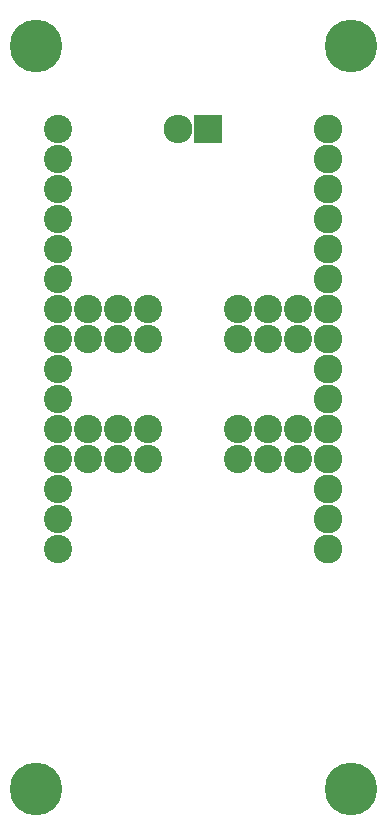
<source format=gbr>
G04 #@! TF.FileFunction,Soldermask,Bot*
%FSLAX46Y46*%
G04 Gerber Fmt 4.6, Leading zero omitted, Abs format (unit mm)*
G04 Created by KiCad (PCBNEW 4.0.4+dfsg1-stable) date Wed Jan 11 18:43:51 2017*
%MOMM*%
%LPD*%
G01*
G04 APERTURE LIST*
%ADD10C,0.100000*%
%ADD11C,2.400000*%
%ADD12C,2.432000*%
%ADD13R,2.432000X2.432000*%
%ADD14O,2.432000X2.432000*%
%ADD15C,4.464000*%
G04 APERTURE END LIST*
D10*
D11*
X87630000Y-77470000D03*
X87630000Y-74930000D03*
X90170000Y-77470000D03*
X90170000Y-74930000D03*
X92710000Y-77470000D03*
X92710000Y-74930000D03*
X100330000Y-77470000D03*
X100330000Y-74930000D03*
X102870000Y-77470000D03*
X102870000Y-74930000D03*
X105410000Y-77470000D03*
X105410000Y-74930000D03*
X100330000Y-87630000D03*
X100330000Y-85090000D03*
X102870000Y-87630000D03*
X102870000Y-85090000D03*
X105410000Y-87630000D03*
X105410000Y-85090000D03*
X85090000Y-59690000D03*
X85090000Y-62230000D03*
X85090000Y-64770000D03*
X85090000Y-67310000D03*
X85090000Y-69850000D03*
X85090000Y-72390000D03*
X85090000Y-74930000D03*
X85090000Y-77470000D03*
X85090000Y-80010000D03*
X85090000Y-82550000D03*
X85090000Y-85090000D03*
X85090000Y-87630000D03*
X85090000Y-90170000D03*
X85090000Y-92710000D03*
X85090000Y-95250000D03*
D12*
X107950000Y-95250000D03*
X107950000Y-92710000D03*
X107950000Y-90170000D03*
X107950000Y-87630000D03*
X107950000Y-85090000D03*
X107950000Y-82550000D03*
X107950000Y-80010000D03*
X107950000Y-77470000D03*
X107950000Y-74930000D03*
X107950000Y-72390000D03*
X107950000Y-69850000D03*
X107950000Y-67310000D03*
X107950000Y-64770000D03*
X107950000Y-62230000D03*
X107950000Y-59690000D03*
D13*
X97790000Y-59690000D03*
D14*
X95250000Y-59690000D03*
D11*
X87630000Y-87630000D03*
X87630000Y-85090000D03*
X90170000Y-87630000D03*
X90170000Y-85090000D03*
X92710000Y-87630000D03*
X92710000Y-85090000D03*
D15*
X109855000Y-52705000D03*
X83185000Y-52705000D03*
X83185000Y-115570000D03*
X109855000Y-115570000D03*
M02*

</source>
